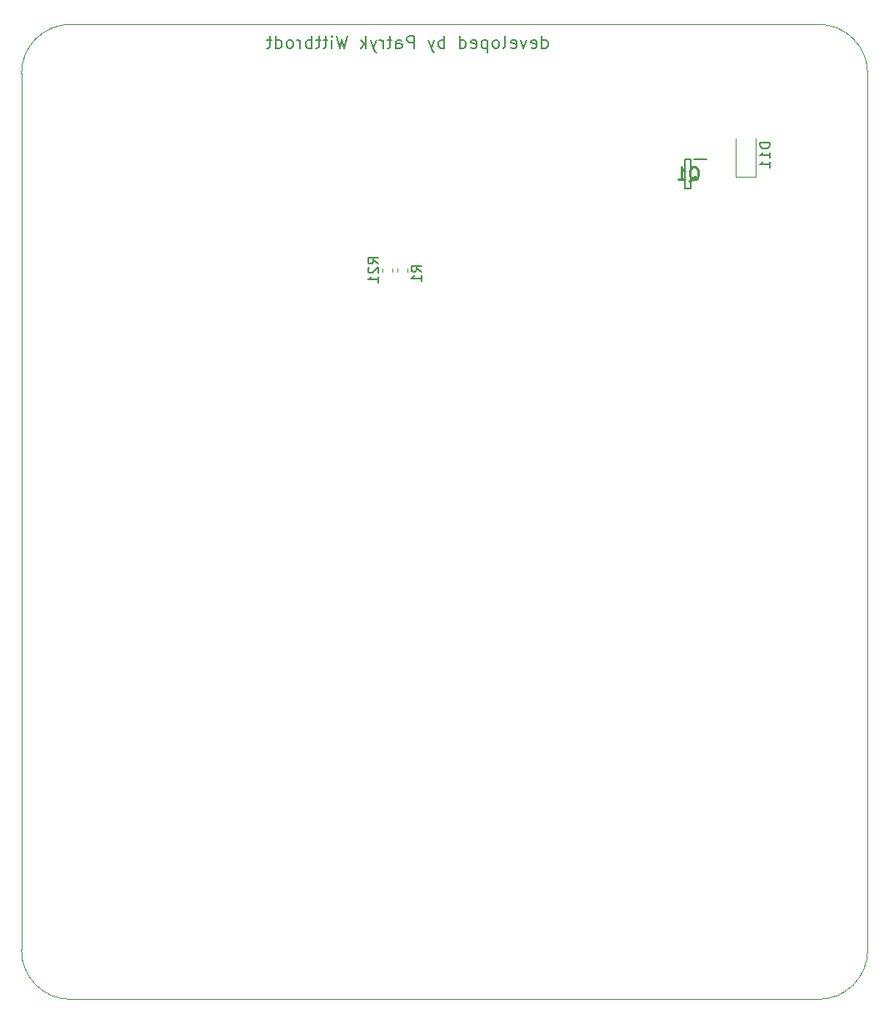
<source format=gbr>
G04 #@! TF.GenerationSoftware,KiCad,Pcbnew,(5.1.2)-2*
G04 #@! TF.CreationDate,2022-02-01T22:26:33+01:00*
G04 #@! TF.ProjectId,PDM,50444d2e-6b69-4636-9164-5f7063625858,rev?*
G04 #@! TF.SameCoordinates,Original*
G04 #@! TF.FileFunction,Legend,Bot*
G04 #@! TF.FilePolarity,Positive*
%FSLAX46Y46*%
G04 Gerber Fmt 4.6, Leading zero omitted, Abs format (unit mm)*
G04 Created by KiCad (PCBNEW (5.1.2)-2) date 2022-02-01 22:26:33*
%MOMM*%
%LPD*%
G04 APERTURE LIST*
%ADD10C,0.150000*%
%ADD11C,0.050000*%
%ADD12C,0.120000*%
%ADD13C,0.200000*%
%ADD14C,0.254000*%
G04 APERTURE END LIST*
D10*
X126887142Y-26424523D02*
X126887142Y-25154523D01*
X126887142Y-26364047D02*
X127008095Y-26424523D01*
X127250000Y-26424523D01*
X127370952Y-26364047D01*
X127431428Y-26303571D01*
X127491904Y-26182619D01*
X127491904Y-25819761D01*
X127431428Y-25698809D01*
X127370952Y-25638333D01*
X127250000Y-25577857D01*
X127008095Y-25577857D01*
X126887142Y-25638333D01*
X125798571Y-26364047D02*
X125919523Y-26424523D01*
X126161428Y-26424523D01*
X126282380Y-26364047D01*
X126342857Y-26243095D01*
X126342857Y-25759285D01*
X126282380Y-25638333D01*
X126161428Y-25577857D01*
X125919523Y-25577857D01*
X125798571Y-25638333D01*
X125738095Y-25759285D01*
X125738095Y-25880238D01*
X126342857Y-26001190D01*
X125314761Y-25577857D02*
X125012380Y-26424523D01*
X124710000Y-25577857D01*
X123742380Y-26364047D02*
X123863333Y-26424523D01*
X124105238Y-26424523D01*
X124226190Y-26364047D01*
X124286666Y-26243095D01*
X124286666Y-25759285D01*
X124226190Y-25638333D01*
X124105238Y-25577857D01*
X123863333Y-25577857D01*
X123742380Y-25638333D01*
X123681904Y-25759285D01*
X123681904Y-25880238D01*
X124286666Y-26001190D01*
X122956190Y-26424523D02*
X123077142Y-26364047D01*
X123137619Y-26243095D01*
X123137619Y-25154523D01*
X122290952Y-26424523D02*
X122411904Y-26364047D01*
X122472380Y-26303571D01*
X122532857Y-26182619D01*
X122532857Y-25819761D01*
X122472380Y-25698809D01*
X122411904Y-25638333D01*
X122290952Y-25577857D01*
X122109523Y-25577857D01*
X121988571Y-25638333D01*
X121928095Y-25698809D01*
X121867619Y-25819761D01*
X121867619Y-26182619D01*
X121928095Y-26303571D01*
X121988571Y-26364047D01*
X122109523Y-26424523D01*
X122290952Y-26424523D01*
X121323333Y-25577857D02*
X121323333Y-26847857D01*
X121323333Y-25638333D02*
X121202380Y-25577857D01*
X120960476Y-25577857D01*
X120839523Y-25638333D01*
X120779047Y-25698809D01*
X120718571Y-25819761D01*
X120718571Y-26182619D01*
X120779047Y-26303571D01*
X120839523Y-26364047D01*
X120960476Y-26424523D01*
X121202380Y-26424523D01*
X121323333Y-26364047D01*
X119690476Y-26364047D02*
X119811428Y-26424523D01*
X120053333Y-26424523D01*
X120174285Y-26364047D01*
X120234761Y-26243095D01*
X120234761Y-25759285D01*
X120174285Y-25638333D01*
X120053333Y-25577857D01*
X119811428Y-25577857D01*
X119690476Y-25638333D01*
X119630000Y-25759285D01*
X119630000Y-25880238D01*
X120234761Y-26001190D01*
X118541428Y-26424523D02*
X118541428Y-25154523D01*
X118541428Y-26364047D02*
X118662380Y-26424523D01*
X118904285Y-26424523D01*
X119025238Y-26364047D01*
X119085714Y-26303571D01*
X119146190Y-26182619D01*
X119146190Y-25819761D01*
X119085714Y-25698809D01*
X119025238Y-25638333D01*
X118904285Y-25577857D01*
X118662380Y-25577857D01*
X118541428Y-25638333D01*
X116969047Y-26424523D02*
X116969047Y-25154523D01*
X116969047Y-25638333D02*
X116848095Y-25577857D01*
X116606190Y-25577857D01*
X116485238Y-25638333D01*
X116424761Y-25698809D01*
X116364285Y-25819761D01*
X116364285Y-26182619D01*
X116424761Y-26303571D01*
X116485238Y-26364047D01*
X116606190Y-26424523D01*
X116848095Y-26424523D01*
X116969047Y-26364047D01*
X115940952Y-25577857D02*
X115638571Y-26424523D01*
X115336190Y-25577857D02*
X115638571Y-26424523D01*
X115759523Y-26726904D01*
X115820000Y-26787380D01*
X115940952Y-26847857D01*
X113884761Y-26424523D02*
X113884761Y-25154523D01*
X113400952Y-25154523D01*
X113280000Y-25215000D01*
X113219523Y-25275476D01*
X113159047Y-25396428D01*
X113159047Y-25577857D01*
X113219523Y-25698809D01*
X113280000Y-25759285D01*
X113400952Y-25819761D01*
X113884761Y-25819761D01*
X112070476Y-26424523D02*
X112070476Y-25759285D01*
X112130952Y-25638333D01*
X112251904Y-25577857D01*
X112493809Y-25577857D01*
X112614761Y-25638333D01*
X112070476Y-26364047D02*
X112191428Y-26424523D01*
X112493809Y-26424523D01*
X112614761Y-26364047D01*
X112675238Y-26243095D01*
X112675238Y-26122142D01*
X112614761Y-26001190D01*
X112493809Y-25940714D01*
X112191428Y-25940714D01*
X112070476Y-25880238D01*
X111647142Y-25577857D02*
X111163333Y-25577857D01*
X111465714Y-25154523D02*
X111465714Y-26243095D01*
X111405238Y-26364047D01*
X111284285Y-26424523D01*
X111163333Y-26424523D01*
X110740000Y-26424523D02*
X110740000Y-25577857D01*
X110740000Y-25819761D02*
X110679523Y-25698809D01*
X110619047Y-25638333D01*
X110498095Y-25577857D01*
X110377142Y-25577857D01*
X110074761Y-25577857D02*
X109772380Y-26424523D01*
X109470000Y-25577857D02*
X109772380Y-26424523D01*
X109893333Y-26726904D01*
X109953809Y-26787380D01*
X110074761Y-26847857D01*
X108986190Y-26424523D02*
X108986190Y-25154523D01*
X108865238Y-25940714D02*
X108502380Y-26424523D01*
X108502380Y-25577857D02*
X108986190Y-26061666D01*
X107111428Y-25154523D02*
X106809047Y-26424523D01*
X106567142Y-25517380D01*
X106325238Y-26424523D01*
X106022857Y-25154523D01*
X105539047Y-26424523D02*
X105539047Y-25577857D01*
X105539047Y-25154523D02*
X105599523Y-25215000D01*
X105539047Y-25275476D01*
X105478571Y-25215000D01*
X105539047Y-25154523D01*
X105539047Y-25275476D01*
X105115714Y-25577857D02*
X104631904Y-25577857D01*
X104934285Y-25154523D02*
X104934285Y-26243095D01*
X104873809Y-26364047D01*
X104752857Y-26424523D01*
X104631904Y-26424523D01*
X104390000Y-25577857D02*
X103906190Y-25577857D01*
X104208571Y-25154523D02*
X104208571Y-26243095D01*
X104148095Y-26364047D01*
X104027142Y-26424523D01*
X103906190Y-26424523D01*
X103482857Y-26424523D02*
X103482857Y-25154523D01*
X103482857Y-25638333D02*
X103361904Y-25577857D01*
X103120000Y-25577857D01*
X102999047Y-25638333D01*
X102938571Y-25698809D01*
X102878095Y-25819761D01*
X102878095Y-26182619D01*
X102938571Y-26303571D01*
X102999047Y-26364047D01*
X103120000Y-26424523D01*
X103361904Y-26424523D01*
X103482857Y-26364047D01*
X102333809Y-26424523D02*
X102333809Y-25577857D01*
X102333809Y-25819761D02*
X102273333Y-25698809D01*
X102212857Y-25638333D01*
X102091904Y-25577857D01*
X101970952Y-25577857D01*
X101366190Y-26424523D02*
X101487142Y-26364047D01*
X101547619Y-26303571D01*
X101608095Y-26182619D01*
X101608095Y-25819761D01*
X101547619Y-25698809D01*
X101487142Y-25638333D01*
X101366190Y-25577857D01*
X101184761Y-25577857D01*
X101063809Y-25638333D01*
X101003333Y-25698809D01*
X100942857Y-25819761D01*
X100942857Y-26182619D01*
X101003333Y-26303571D01*
X101063809Y-26364047D01*
X101184761Y-26424523D01*
X101366190Y-26424523D01*
X99854285Y-26424523D02*
X99854285Y-25154523D01*
X99854285Y-26364047D02*
X99975238Y-26424523D01*
X100217142Y-26424523D01*
X100338095Y-26364047D01*
X100398571Y-26303571D01*
X100459047Y-26182619D01*
X100459047Y-25819761D01*
X100398571Y-25698809D01*
X100338095Y-25638333D01*
X100217142Y-25577857D01*
X99975238Y-25577857D01*
X99854285Y-25638333D01*
X99430952Y-25577857D02*
X98947142Y-25577857D01*
X99249523Y-25154523D02*
X99249523Y-26243095D01*
X99189047Y-26364047D01*
X99068095Y-26424523D01*
X98947142Y-26424523D01*
D11*
X74000000Y-80000000D02*
X74000000Y-118000000D01*
X79000000Y-123000000D02*
G75*
G02X74000000Y-118000000I0J5000000D01*
G01*
X160000000Y-118000000D02*
G75*
G02X155000000Y-123000000I-5000000J0D01*
G01*
X155000000Y-24000000D02*
G75*
G02X160000000Y-29000000I0J-5000000D01*
G01*
X74000000Y-29000000D02*
G75*
G02X79000000Y-24000000I5000000J0D01*
G01*
X155000000Y-123000000D02*
X79000000Y-123000000D01*
X160000000Y-29000000D02*
X160000000Y-118000000D01*
X79000000Y-24000000D02*
X155000000Y-24000000D01*
X74000000Y-80000000D02*
X74000000Y-29000000D01*
D12*
X111710000Y-48777941D02*
X111710000Y-49103499D01*
X110690000Y-48777941D02*
X110690000Y-49103499D01*
X112244480Y-49103499D02*
X112244480Y-48777941D01*
X113264480Y-49103499D02*
X113264480Y-48777941D01*
D13*
X143582000Y-37702360D02*
X142382000Y-37702360D01*
X142032000Y-40677360D02*
X142032000Y-37727360D01*
X141432000Y-40677360D02*
X142032000Y-40677360D01*
X141432000Y-37727360D02*
X141432000Y-40677360D01*
X142032000Y-37727360D02*
X141432000Y-37727360D01*
D12*
X148599400Y-39511800D02*
X148599400Y-35611800D01*
X146599400Y-39511800D02*
X146599400Y-35611800D01*
X148599400Y-39511800D02*
X146599400Y-39511800D01*
D10*
X110222380Y-48297862D02*
X109746190Y-47964529D01*
X110222380Y-47726434D02*
X109222380Y-47726434D01*
X109222380Y-48107386D01*
X109270000Y-48202624D01*
X109317619Y-48250243D01*
X109412857Y-48297862D01*
X109555714Y-48297862D01*
X109650952Y-48250243D01*
X109698571Y-48202624D01*
X109746190Y-48107386D01*
X109746190Y-47726434D01*
X109317619Y-48678815D02*
X109270000Y-48726434D01*
X109222380Y-48821672D01*
X109222380Y-49059767D01*
X109270000Y-49155005D01*
X109317619Y-49202624D01*
X109412857Y-49250243D01*
X109508095Y-49250243D01*
X109650952Y-49202624D01*
X110222380Y-48631196D01*
X110222380Y-49250243D01*
X110222380Y-50202624D02*
X110222380Y-49631196D01*
X110222380Y-49916910D02*
X109222380Y-49916910D01*
X109365238Y-49821672D01*
X109460476Y-49726434D01*
X109508095Y-49631196D01*
X114636860Y-49109333D02*
X114160670Y-48776000D01*
X114636860Y-48537904D02*
X113636860Y-48537904D01*
X113636860Y-48918857D01*
X113684480Y-49014095D01*
X113732099Y-49061714D01*
X113827337Y-49109333D01*
X113970194Y-49109333D01*
X114065432Y-49061714D01*
X114113051Y-49014095D01*
X114160670Y-48918857D01*
X114160670Y-48537904D01*
X114636860Y-50061714D02*
X114636860Y-49490285D01*
X114636860Y-49776000D02*
X113636860Y-49776000D01*
X113779718Y-49680761D01*
X113874956Y-49585523D01*
X113922575Y-49490285D01*
D14*
X141852952Y-39897836D02*
X141973904Y-39837360D01*
X142094857Y-39716407D01*
X142276285Y-39534979D01*
X142397238Y-39474502D01*
X142518190Y-39474502D01*
X142457714Y-39776883D02*
X142578666Y-39716407D01*
X142699619Y-39595455D01*
X142760095Y-39353550D01*
X142760095Y-38930217D01*
X142699619Y-38688312D01*
X142578666Y-38567360D01*
X142457714Y-38506883D01*
X142215809Y-38506883D01*
X142094857Y-38567360D01*
X141973904Y-38688312D01*
X141913428Y-38930217D01*
X141913428Y-39353550D01*
X141973904Y-39595455D01*
X142094857Y-39716407D01*
X142215809Y-39776883D01*
X142457714Y-39776883D01*
X140703904Y-39776883D02*
X141429619Y-39776883D01*
X141066761Y-39776883D02*
X141066761Y-38506883D01*
X141187714Y-38688312D01*
X141308666Y-38809264D01*
X141429619Y-38869740D01*
D10*
X150051780Y-36047514D02*
X149051780Y-36047514D01*
X149051780Y-36285609D01*
X149099400Y-36428466D01*
X149194638Y-36523704D01*
X149289876Y-36571323D01*
X149480352Y-36618942D01*
X149623209Y-36618942D01*
X149813685Y-36571323D01*
X149908923Y-36523704D01*
X150004161Y-36428466D01*
X150051780Y-36285609D01*
X150051780Y-36047514D01*
X150051780Y-37571323D02*
X150051780Y-36999895D01*
X150051780Y-37285609D02*
X149051780Y-37285609D01*
X149194638Y-37190371D01*
X149289876Y-37095133D01*
X149337495Y-36999895D01*
X150051780Y-38523704D02*
X150051780Y-37952276D01*
X150051780Y-38237990D02*
X149051780Y-38237990D01*
X149194638Y-38142752D01*
X149289876Y-38047514D01*
X149337495Y-37952276D01*
M02*

</source>
